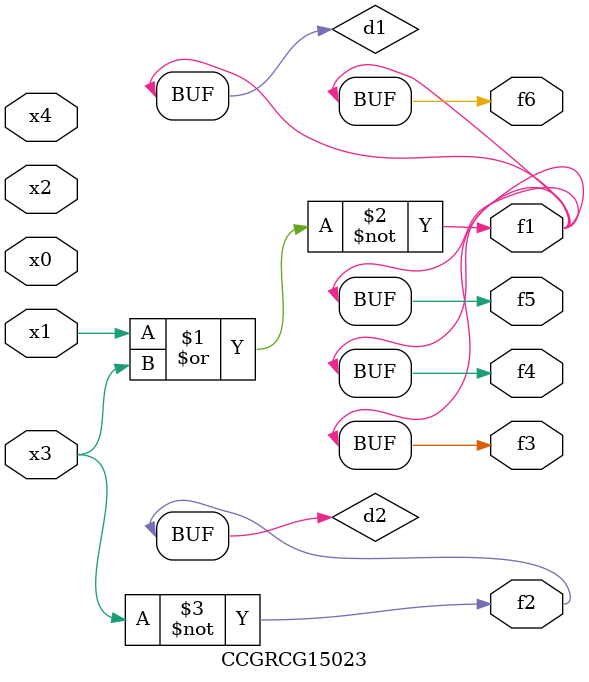
<source format=v>
module CCGRCG15023(
	input x0, x1, x2, x3, x4,
	output f1, f2, f3, f4, f5, f6
);

	wire d1, d2;

	nor (d1, x1, x3);
	not (d2, x3);
	assign f1 = d1;
	assign f2 = d2;
	assign f3 = d1;
	assign f4 = d1;
	assign f5 = d1;
	assign f6 = d1;
endmodule

</source>
